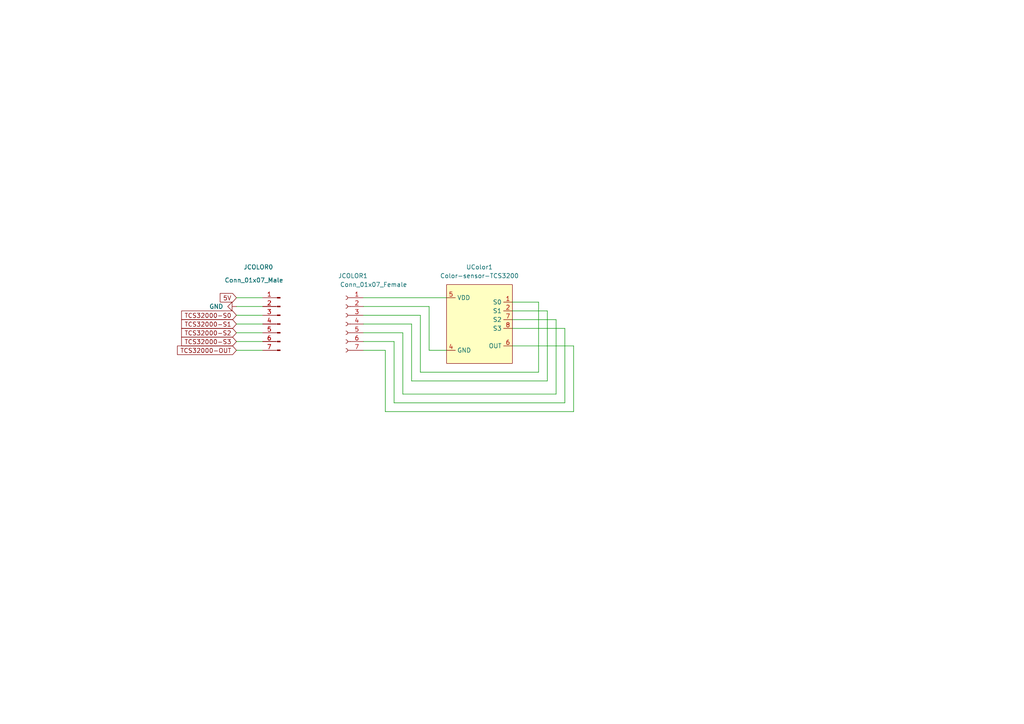
<source format=kicad_sch>
(kicad_sch (version 20211123) (generator eeschema)
  (paper "A4")
  (lib_symbols
    (symbol "Connector:Conn_01x07_Female" (pin_names (offset 1.016) hide)
      (property "Reference" "J" (at 0 10.16 0))
      (property "Value" "Conn_01x07_Female" (at 0 -10.16 0))
      (symbol "Conn_01x07_Female_1_1"
        (arc (start 0 -7.112) (mid -0.508 -7.62) (end 0 -8.128) (stroke (width 0.1524)))
        (arc (start 0 -4.572) (mid -0.508 -5.08) (end 0 -5.588) (stroke (width 0.1524)))
        (arc (start 0 -2.032) (mid -0.508 -2.54) (end 0 -3.048) (stroke (width 0.1524)))
        (polyline (pts (xy -1.27 -7.62) (xy -0.508 -7.62)) (stroke (width 0.1524)))
        (polyline (pts (xy -1.27 -5.08) (xy -0.508 -5.08)) (stroke (width 0.1524)))
        (polyline (pts (xy -1.27 -2.54) (xy -0.508 -2.54)) (stroke (width 0.1524)))
        (polyline (pts (xy -1.27 0) (xy -0.508 0)) (stroke (width 0.1524)))
        (polyline (pts (xy -1.27 2.54) (xy -0.508 2.54)) (stroke (width 0.1524)))
        (polyline (pts (xy -1.27 5.08) (xy -0.508 5.08)) (stroke (width 0.1524)))
        (polyline (pts (xy -1.27 7.62) (xy -0.508 7.62)) (stroke (width 0.1524)))
        (arc (start 0 0.508) (mid -0.508 0) (end 0 -0.508) (stroke (width 0.1524)))
        (arc (start 0 3.048) (mid -0.508 2.54) (end 0 2.032) (stroke (width 0.1524)))
        (arc (start 0 5.588) (mid -0.508 5.08) (end 0 4.572) (stroke (width 0.1524)))
        (arc (start 0 8.128) (mid -0.508 7.62) (end 0 7.112) (stroke (width 0.1524)))
        (pin passive line (at -5.08 7.62 0) (length 3.81) (name "Pin_1") (number "1"))
        (pin passive line (at -5.08 5.08 0) (length 3.81) (name "Pin_2") (number "2"))
        (pin passive line (at -5.08 2.54 0) (length 3.81) (name "Pin_3") (number "3"))
        (pin passive line (at -5.08 0 0) (length 3.81) (name "Pin_4") (number "4"))
        (pin passive line (at -5.08 -2.54 0) (length 3.81) (name "Pin_5") (number "5"))
        (pin passive line (at -5.08 -5.08 0) (length 3.81) (name "Pin_6") (number "6"))
        (pin passive line (at -5.08 -7.62 0) (length 3.81) (name "Pin_7") (number "7"))
      )
    )
    (symbol "Connector:Conn_01x07_Male" (pin_names (offset 1.016) hide)
      (property "Reference" "J" (at 0 10.16 0))
      (property "Value" "Conn_01x07_Male" (at 0 -10.16 0))
      (symbol "Conn_01x07_Male_1_1"
        (polyline (pts (xy 1.27 -7.62) (xy 0.8636 -7.62)) (stroke (width 0.1524)))
        (polyline (pts (xy 1.27 -5.08) (xy 0.8636 -5.08)) (stroke (width 0.1524)))
        (polyline (pts (xy 1.27 -2.54) (xy 0.8636 -2.54)) (stroke (width 0.1524)))
        (polyline (pts (xy 1.27 0) (xy 0.8636 0)) (stroke (width 0.1524)))
        (polyline (pts (xy 1.27 2.54) (xy 0.8636 2.54)) (stroke (width 0.1524)))
        (polyline (pts (xy 1.27 5.08) (xy 0.8636 5.08)) (stroke (width 0.1524)))
        (polyline (pts (xy 1.27 7.62) (xy 0.8636 7.62)) (stroke (width 0.1524)))
        (rectangle (start 0.8636 -7.493) (end 0 -7.747) (stroke (width 0.1524)) (fill (type outline)))
        (rectangle (start 0.8636 -4.953) (end 0 -5.207) (stroke (width 0.1524)) (fill (type outline)))
        (rectangle (start 0.8636 -2.413) (end 0 -2.667) (stroke (width 0.1524)) (fill (type outline)))
        (rectangle (start 0.8636 0.127) (end 0 -0.127) (stroke (width 0.1524)) (fill (type outline)))
        (rectangle (start 0.8636 2.667) (end 0 2.413) (stroke (width 0.1524)) (fill (type outline)))
        (rectangle (start 0.8636 5.207) (end 0 4.953) (stroke (width 0.1524)) (fill (type outline)))
        (rectangle (start 0.8636 7.747) (end 0 7.493) (stroke (width 0.1524)) (fill (type outline)))
        (pin passive line (at 5.08 7.62 180) (length 3.81) (name "Pin_1") (number "1"))
        (pin passive line (at 5.08 5.08 180) (length 3.81) (name "Pin_2") (number "2"))
        (pin passive line (at 5.08 2.54 180) (length 3.81) (name "Pin_3") (number "3"))
        (pin passive line (at 5.08 0 180) (length 3.81) (name "Pin_4") (number "4"))
        (pin passive line (at 5.08 -2.54 180) (length 3.81) (name "Pin_5") (number "5"))
        (pin passive line (at 5.08 -5.08 180) (length 3.81) (name "Pin_6") (number "6"))
        (pin passive line (at 5.08 -7.62 180) (length 3.81) (name "Pin_7") (number "7"))
      )
    )
    (symbol "Sensors_Beerator:Color-sensor-TCS3200"
      (property "Reference" "U" (at 0 0 0))
      (property "Value" "Color-sensor-TCS3200" (at 0 0 0))
      (symbol "Color-sensor-TCS3200_0_1"
        (rectangle (start -7.62 -5.08) (end 11.43 -27.94) (fill (type background)))
      )
      (symbol "Color-sensor-TCS3200_1_1"
        (pin input line (at 11.43 -10.16 180) (length 2.54) (name "S0") (number "1"))
        (pin input line (at 11.43 -12.7 180) (length 2.54) (name "S1") (number "2"))
        (pin power_out line (at -7.62 -24.13 0) (length 2.54) (name "GND") (number "4"))
        (pin power_in line (at -7.62 -8.89 0) (length 2.54) (name "VDD") (number "5"))
        (pin output line (at 11.43 -22.86 180) (length 2.54) (name "OUT") (number "6"))
        (pin input line (at 11.43 -15.24 180) (length 2.54) (name "S2") (number "7"))
        (pin input line (at 11.43 -17.78 180) (length 2.54) (name "S3") (number "8"))
      )
    )
    (symbol "power:GND" (power) (pin_names (offset 0))
      (property "Value" "GND" (at 0 -3.81 0))
      (symbol "GND_0_1"
        (polyline (pts (xy 0 0) (xy 0 -1.27) (xy 1.27 -1.27) (xy 0 -2.54) (xy -1.27 -1.27) (xy 0 -1.27)))
      )
      (symbol "GND_1_1"
        (pin power_in line (at 0 0 270) (length 0) hide (name "GND") (number "1"))
      )
    )
  )
  (wire (pts (xy 116.84 96.52) (xy 116.84 114.3)))
  (wire (pts (xy 105.41 88.9) (xy 124.46 88.9)))
  (wire (pts (xy 158.75 90.17) (xy 148.59 90.17)))
  (wire (pts (xy 114.3 99.06) (xy 114.3 116.84)))
  (wire (pts (xy 68.58 91.44) (xy 76.2 91.44)))
  (wire (pts (xy 124.46 101.6) (xy 129.54 101.6)))
  (wire (pts (xy 68.58 88.9) (xy 76.2 88.9)))
  (wire (pts (xy 116.84 114.3) (xy 161.29 114.3)))
  (wire (pts (xy 105.41 86.36) (xy 129.54 86.36)))
  (wire (pts (xy 163.83 95.25) (xy 148.59 95.25)))
  (wire (pts (xy 68.58 93.98) (xy 76.2 93.98)))
  (wire (pts (xy 124.46 88.9) (xy 124.46 101.6)))
  (wire (pts (xy 114.3 116.84) (xy 163.83 116.84)))
  (wire (pts (xy 111.76 101.6) (xy 111.76 119.38)))
  (wire (pts (xy 68.58 96.52) (xy 76.2 96.52)))
  (wire (pts (xy 105.41 93.98) (xy 119.38 93.98)))
  (wire (pts (xy 121.92 91.44) (xy 121.92 107.95)))
  (wire (pts (xy 148.59 100.33) (xy 166.37 100.33)))
  (wire (pts (xy 161.29 114.3) (xy 161.29 92.71)))
  (wire (pts (xy 68.58 86.36) (xy 76.2 86.36)))
  (wire (pts (xy 163.83 116.84) (xy 163.83 95.25)))
  (wire (pts (xy 158.75 110.49) (xy 158.75 90.17)))
  (wire (pts (xy 111.76 119.38) (xy 166.37 119.38)))
  (wire (pts (xy 166.37 119.38) (xy 166.37 100.33)))
  (wire (pts (xy 121.92 107.95) (xy 156.21 107.95)))
  (wire (pts (xy 161.29 92.71) (xy 148.59 92.71)))
  (wire (pts (xy 105.41 101.6) (xy 111.76 101.6)))
  (wire (pts (xy 105.41 91.44) (xy 121.92 91.44)))
  (wire (pts (xy 105.41 99.06) (xy 114.3 99.06)))
  (wire (pts (xy 119.38 93.98) (xy 119.38 110.49)))
  (wire (pts (xy 68.58 101.6) (xy 76.2 101.6)))
  (wire (pts (xy 119.38 110.49) (xy 158.75 110.49)))
  (wire (pts (xy 156.21 87.63) (xy 148.59 87.63)))
  (wire (pts (xy 156.21 107.95) (xy 156.21 87.63)))
  (wire (pts (xy 68.58 99.06) (xy 76.2 99.06)))
  (wire (pts (xy 105.41 96.52) (xy 116.84 96.52)))
  (global_label "5V" (shape input) (at 68.58 86.36 180) (property "Intersheet References" "${INTERSHEET_REFS}" (effects hide)))
  (global_label "TCS32000-S0" (shape input) (at 68.58 91.44 180) (property "Intersheet References" "${INTERSHEET_REFS}" (effects hide)))
  (global_label "TCS32000-S1" (shape input) (at 68.58 93.98 180) (property "Intersheet References" "${INTERSHEET_REFS}" (effects hide)))
  (global_label "TCS32000-S3" (shape input) (at 68.58 99.06 180) (property "Intersheet References" "${INTERSHEET_REFS}" (effects hide)))
  (global_label "TCS32000-OUT" (shape input) (at 68.58 101.6 180) (property "Intersheet References" "${INTERSHEET_REFS}" (effects hide)))
  (global_label "TCS32000-S2" (shape input) (at 68.58 96.52 180) (property "Intersheet References" "${INTERSHEET_REFS}" (effects hide)))
  (symbol (lib_id "Sensors_Beerator:Color-sensor-TCS3200") (at 137.16 77.47 0) (unit 1)
    (property "Reference" "UColor1" (at 139.065 77.47 0))
    (property "Value" "Color-sensor-TCS3200" (at 139.065 80.01 0))
  )
  (symbol (lib_id "Connector:Conn_01x07_Female") (at 100.33 93.98 0) (mirror y) (unit 1)
    (property "Reference" "JCOLOR1" (at 106.68 80.01 0) (effects (justify left)))
    (property "Value" "Conn_01x07_Female" (at 118.11 82.55 0) (effects (justify left)))
    (property "Footprint" "Connector_JST:JST_XH_B2B-XH-AM_1x07_P2.50mm_Vertical" (effects hide))
  )
  (symbol (lib_id "Connector:Conn_01x07_Male") (at 81.28 93.98 0) (mirror y) (unit 1)
    (property "Reference" "JCOLOR0" (at 74.93 77.47 0))
    (property "Value" "Conn_01x07_Male" (at 73.66 81.28 0))
  )
  (symbol (lib_id "power:GND") (at 68.58 88.9 270) (unit 1)
    (property "Reference" "#PWR0112" (effects hide))
    (property "Value" "GND" (at 64.77 88.8999 90) (effects (justify right)))
  )
)
</source>
